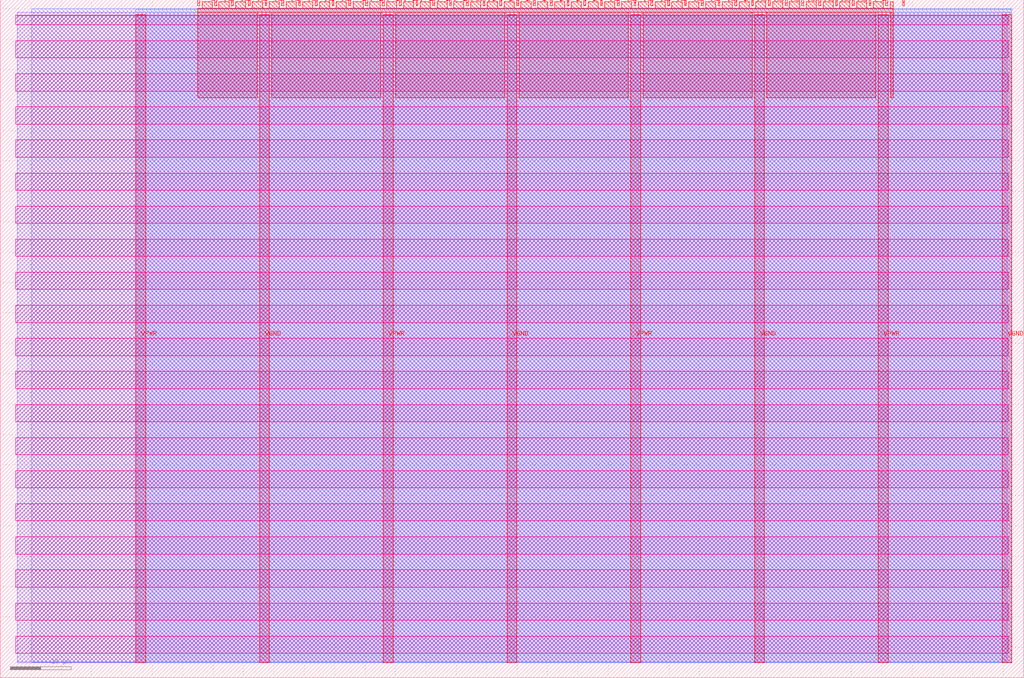
<source format=lef>
VERSION 5.7 ;
  NOWIREEXTENSIONATPIN ON ;
  DIVIDERCHAR "/" ;
  BUSBITCHARS "[]" ;
MACRO tt_um_proppy_bytebeat
  CLASS BLOCK ;
  FOREIGN tt_um_proppy_bytebeat ;
  ORIGIN 0.000 0.000 ;
  SIZE 168.360 BY 111.520 ;
  PIN VGND
    DIRECTION INOUT ;
    USE GROUND ;
    PORT
      LAYER met4 ;
        RECT 42.670 2.480 44.270 109.040 ;
    END
    PORT
      LAYER met4 ;
        RECT 83.380 2.480 84.980 109.040 ;
    END
    PORT
      LAYER met4 ;
        RECT 124.090 2.480 125.690 109.040 ;
    END
    PORT
      LAYER met4 ;
        RECT 164.800 2.480 166.400 109.040 ;
    END
  END VGND
  PIN VPWR
    DIRECTION INOUT ;
    USE POWER ;
    PORT
      LAYER met4 ;
        RECT 22.315 2.480 23.915 109.040 ;
    END
    PORT
      LAYER met4 ;
        RECT 63.025 2.480 64.625 109.040 ;
    END
    PORT
      LAYER met4 ;
        RECT 103.735 2.480 105.335 109.040 ;
    END
    PORT
      LAYER met4 ;
        RECT 144.445 2.480 146.045 109.040 ;
    END
  END VPWR
  PIN clk
    DIRECTION INPUT ;
    USE SIGNAL ;
    ANTENNAGATEAREA 0.852000 ;
    PORT
      LAYER met4 ;
        RECT 145.670 110.520 145.970 111.520 ;
    END
  END clk
  PIN ena
    DIRECTION INPUT ;
    USE SIGNAL ;
    PORT
      LAYER met4 ;
        RECT 148.430 110.520 148.730 111.520 ;
    END
  END ena
  PIN rst_n
    DIRECTION INPUT ;
    USE SIGNAL ;
    ANTENNAGATEAREA 0.196500 ;
    PORT
      LAYER met4 ;
        RECT 142.910 110.520 143.210 111.520 ;
    END
  END rst_n
  PIN ui_in[0]
    DIRECTION INPUT ;
    USE SIGNAL ;
    ANTENNAGATEAREA 0.196500 ;
    PORT
      LAYER met4 ;
        RECT 140.150 110.520 140.450 111.520 ;
    END
  END ui_in[0]
  PIN ui_in[1]
    DIRECTION INPUT ;
    USE SIGNAL ;
    ANTENNAGATEAREA 0.196500 ;
    PORT
      LAYER met4 ;
        RECT 137.390 110.520 137.690 111.520 ;
    END
  END ui_in[1]
  PIN ui_in[2]
    DIRECTION INPUT ;
    USE SIGNAL ;
    ANTENNAGATEAREA 0.196500 ;
    PORT
      LAYER met4 ;
        RECT 134.630 110.520 134.930 111.520 ;
    END
  END ui_in[2]
  PIN ui_in[3]
    DIRECTION INPUT ;
    USE SIGNAL ;
    ANTENNAGATEAREA 0.196500 ;
    PORT
      LAYER met4 ;
        RECT 131.870 110.520 132.170 111.520 ;
    END
  END ui_in[3]
  PIN ui_in[4]
    DIRECTION INPUT ;
    USE SIGNAL ;
    ANTENNAGATEAREA 0.196500 ;
    PORT
      LAYER met4 ;
        RECT 129.110 110.520 129.410 111.520 ;
    END
  END ui_in[4]
  PIN ui_in[5]
    DIRECTION INPUT ;
    USE SIGNAL ;
    ANTENNAGATEAREA 0.196500 ;
    PORT
      LAYER met4 ;
        RECT 126.350 110.520 126.650 111.520 ;
    END
  END ui_in[5]
  PIN ui_in[6]
    DIRECTION INPUT ;
    USE SIGNAL ;
    ANTENNAGATEAREA 0.196500 ;
    PORT
      LAYER met4 ;
        RECT 123.590 110.520 123.890 111.520 ;
    END
  END ui_in[6]
  PIN ui_in[7]
    DIRECTION INPUT ;
    USE SIGNAL ;
    ANTENNAGATEAREA 0.196500 ;
    PORT
      LAYER met4 ;
        RECT 120.830 110.520 121.130 111.520 ;
    END
  END ui_in[7]
  PIN uio_in[0]
    DIRECTION INPUT ;
    USE SIGNAL ;
    ANTENNAGATEAREA 0.196500 ;
    PORT
      LAYER met4 ;
        RECT 118.070 110.520 118.370 111.520 ;
    END
  END uio_in[0]
  PIN uio_in[1]
    DIRECTION INPUT ;
    USE SIGNAL ;
    ANTENNAGATEAREA 0.196500 ;
    PORT
      LAYER met4 ;
        RECT 115.310 110.520 115.610 111.520 ;
    END
  END uio_in[1]
  PIN uio_in[2]
    DIRECTION INPUT ;
    USE SIGNAL ;
    ANTENNAGATEAREA 0.196500 ;
    PORT
      LAYER met4 ;
        RECT 112.550 110.520 112.850 111.520 ;
    END
  END uio_in[2]
  PIN uio_in[3]
    DIRECTION INPUT ;
    USE SIGNAL ;
    ANTENNAGATEAREA 0.196500 ;
    PORT
      LAYER met4 ;
        RECT 109.790 110.520 110.090 111.520 ;
    END
  END uio_in[3]
  PIN uio_in[4]
    DIRECTION INPUT ;
    USE SIGNAL ;
    ANTENNAGATEAREA 0.196500 ;
    PORT
      LAYER met4 ;
        RECT 107.030 110.520 107.330 111.520 ;
    END
  END uio_in[4]
  PIN uio_in[5]
    DIRECTION INPUT ;
    USE SIGNAL ;
    ANTENNAGATEAREA 0.196500 ;
    PORT
      LAYER met4 ;
        RECT 104.270 110.520 104.570 111.520 ;
    END
  END uio_in[5]
  PIN uio_in[6]
    DIRECTION INPUT ;
    USE SIGNAL ;
    ANTENNAGATEAREA 0.196500 ;
    PORT
      LAYER met4 ;
        RECT 101.510 110.520 101.810 111.520 ;
    END
  END uio_in[6]
  PIN uio_in[7]
    DIRECTION INPUT ;
    USE SIGNAL ;
    ANTENNAGATEAREA 0.196500 ;
    PORT
      LAYER met4 ;
        RECT 98.750 110.520 99.050 111.520 ;
    END
  END uio_in[7]
  PIN uio_oe[0]
    DIRECTION OUTPUT TRISTATE ;
    USE SIGNAL ;
    PORT
      LAYER met4 ;
        RECT 51.830 110.520 52.130 111.520 ;
    END
  END uio_oe[0]
  PIN uio_oe[1]
    DIRECTION OUTPUT TRISTATE ;
    USE SIGNAL ;
    PORT
      LAYER met4 ;
        RECT 49.070 110.520 49.370 111.520 ;
    END
  END uio_oe[1]
  PIN uio_oe[2]
    DIRECTION OUTPUT TRISTATE ;
    USE SIGNAL ;
    PORT
      LAYER met4 ;
        RECT 46.310 110.520 46.610 111.520 ;
    END
  END uio_oe[2]
  PIN uio_oe[3]
    DIRECTION OUTPUT TRISTATE ;
    USE SIGNAL ;
    PORT
      LAYER met4 ;
        RECT 43.550 110.520 43.850 111.520 ;
    END
  END uio_oe[3]
  PIN uio_oe[4]
    DIRECTION OUTPUT TRISTATE ;
    USE SIGNAL ;
    PORT
      LAYER met4 ;
        RECT 40.790 110.520 41.090 111.520 ;
    END
  END uio_oe[4]
  PIN uio_oe[5]
    DIRECTION OUTPUT TRISTATE ;
    USE SIGNAL ;
    PORT
      LAYER met4 ;
        RECT 38.030 110.520 38.330 111.520 ;
    END
  END uio_oe[5]
  PIN uio_oe[6]
    DIRECTION OUTPUT TRISTATE ;
    USE SIGNAL ;
    PORT
      LAYER met4 ;
        RECT 35.270 110.520 35.570 111.520 ;
    END
  END uio_oe[6]
  PIN uio_oe[7]
    DIRECTION OUTPUT TRISTATE ;
    USE SIGNAL ;
    PORT
      LAYER met4 ;
        RECT 32.510 110.520 32.810 111.520 ;
    END
  END uio_oe[7]
  PIN uio_out[0]
    DIRECTION OUTPUT TRISTATE ;
    USE SIGNAL ;
    PORT
      LAYER met4 ;
        RECT 73.910 110.520 74.210 111.520 ;
    END
  END uio_out[0]
  PIN uio_out[1]
    DIRECTION OUTPUT TRISTATE ;
    USE SIGNAL ;
    PORT
      LAYER met4 ;
        RECT 71.150 110.520 71.450 111.520 ;
    END
  END uio_out[1]
  PIN uio_out[2]
    DIRECTION OUTPUT TRISTATE ;
    USE SIGNAL ;
    PORT
      LAYER met4 ;
        RECT 68.390 110.520 68.690 111.520 ;
    END
  END uio_out[2]
  PIN uio_out[3]
    DIRECTION OUTPUT TRISTATE ;
    USE SIGNAL ;
    PORT
      LAYER met4 ;
        RECT 65.630 110.520 65.930 111.520 ;
    END
  END uio_out[3]
  PIN uio_out[4]
    DIRECTION OUTPUT TRISTATE ;
    USE SIGNAL ;
    PORT
      LAYER met4 ;
        RECT 62.870 110.520 63.170 111.520 ;
    END
  END uio_out[4]
  PIN uio_out[5]
    DIRECTION OUTPUT TRISTATE ;
    USE SIGNAL ;
    PORT
      LAYER met4 ;
        RECT 60.110 110.520 60.410 111.520 ;
    END
  END uio_out[5]
  PIN uio_out[6]
    DIRECTION OUTPUT TRISTATE ;
    USE SIGNAL ;
    PORT
      LAYER met4 ;
        RECT 57.350 110.520 57.650 111.520 ;
    END
  END uio_out[6]
  PIN uio_out[7]
    DIRECTION OUTPUT TRISTATE ;
    USE SIGNAL ;
    PORT
      LAYER met4 ;
        RECT 54.590 110.520 54.890 111.520 ;
    END
  END uio_out[7]
  PIN uo_out[0]
    DIRECTION OUTPUT TRISTATE ;
    USE SIGNAL ;
    ANTENNADIFFAREA 0.445500 ;
    PORT
      LAYER met4 ;
        RECT 95.990 110.520 96.290 111.520 ;
    END
  END uo_out[0]
  PIN uo_out[1]
    DIRECTION OUTPUT TRISTATE ;
    USE SIGNAL ;
    ANTENNADIFFAREA 0.445500 ;
    PORT
      LAYER met4 ;
        RECT 93.230 110.520 93.530 111.520 ;
    END
  END uo_out[1]
  PIN uo_out[2]
    DIRECTION OUTPUT TRISTATE ;
    USE SIGNAL ;
    ANTENNADIFFAREA 0.445500 ;
    PORT
      LAYER met4 ;
        RECT 90.470 110.520 90.770 111.520 ;
    END
  END uo_out[2]
  PIN uo_out[3]
    DIRECTION OUTPUT TRISTATE ;
    USE SIGNAL ;
    ANTENNADIFFAREA 0.445500 ;
    PORT
      LAYER met4 ;
        RECT 87.710 110.520 88.010 111.520 ;
    END
  END uo_out[3]
  PIN uo_out[4]
    DIRECTION OUTPUT TRISTATE ;
    USE SIGNAL ;
    ANTENNADIFFAREA 0.445500 ;
    PORT
      LAYER met4 ;
        RECT 84.950 110.520 85.250 111.520 ;
    END
  END uo_out[4]
  PIN uo_out[5]
    DIRECTION OUTPUT TRISTATE ;
    USE SIGNAL ;
    ANTENNADIFFAREA 0.445500 ;
    PORT
      LAYER met4 ;
        RECT 82.190 110.520 82.490 111.520 ;
    END
  END uo_out[5]
  PIN uo_out[6]
    DIRECTION OUTPUT TRISTATE ;
    USE SIGNAL ;
    ANTENNADIFFAREA 0.445500 ;
    PORT
      LAYER met4 ;
        RECT 79.430 110.520 79.730 111.520 ;
    END
  END uo_out[6]
  PIN uo_out[7]
    DIRECTION OUTPUT TRISTATE ;
    USE SIGNAL ;
    ANTENNADIFFAREA 0.445500 ;
    PORT
      LAYER met4 ;
        RECT 76.670 110.520 76.970 111.520 ;
    END
  END uo_out[7]
  OBS
      LAYER nwell ;
        RECT 2.570 107.385 165.790 108.990 ;
        RECT 2.570 101.945 165.790 104.775 ;
        RECT 2.570 96.505 165.790 99.335 ;
        RECT 2.570 91.065 165.790 93.895 ;
        RECT 2.570 85.625 165.790 88.455 ;
        RECT 2.570 80.185 165.790 83.015 ;
        RECT 2.570 74.745 165.790 77.575 ;
        RECT 2.570 69.305 165.790 72.135 ;
        RECT 2.570 63.865 165.790 66.695 ;
        RECT 2.570 58.425 165.790 61.255 ;
        RECT 2.570 52.985 165.790 55.815 ;
        RECT 2.570 47.545 165.790 50.375 ;
        RECT 2.570 42.105 165.790 44.935 ;
        RECT 2.570 36.665 165.790 39.495 ;
        RECT 2.570 31.225 165.790 34.055 ;
        RECT 2.570 25.785 165.790 28.615 ;
        RECT 2.570 20.345 165.790 23.175 ;
        RECT 2.570 14.905 165.790 17.735 ;
        RECT 2.570 9.465 165.790 12.295 ;
        RECT 2.570 4.025 165.790 6.855 ;
      LAYER li1 ;
        RECT 2.760 2.635 165.600 108.885 ;
      LAYER met1 ;
        RECT 2.760 2.480 166.400 109.440 ;
      LAYER met2 ;
        RECT 5.160 2.535 166.370 110.005 ;
      LAYER met3 ;
        RECT 22.325 2.555 166.390 109.985 ;
      LAYER met4 ;
        RECT 33.210 110.120 34.870 111.170 ;
        RECT 35.970 110.120 37.630 111.170 ;
        RECT 38.730 110.120 40.390 111.170 ;
        RECT 41.490 110.120 43.150 111.170 ;
        RECT 44.250 110.120 45.910 111.170 ;
        RECT 47.010 110.120 48.670 111.170 ;
        RECT 49.770 110.120 51.430 111.170 ;
        RECT 52.530 110.120 54.190 111.170 ;
        RECT 55.290 110.120 56.950 111.170 ;
        RECT 58.050 110.120 59.710 111.170 ;
        RECT 60.810 110.120 62.470 111.170 ;
        RECT 63.570 110.120 65.230 111.170 ;
        RECT 66.330 110.120 67.990 111.170 ;
        RECT 69.090 110.120 70.750 111.170 ;
        RECT 71.850 110.120 73.510 111.170 ;
        RECT 74.610 110.120 76.270 111.170 ;
        RECT 77.370 110.120 79.030 111.170 ;
        RECT 80.130 110.120 81.790 111.170 ;
        RECT 82.890 110.120 84.550 111.170 ;
        RECT 85.650 110.120 87.310 111.170 ;
        RECT 88.410 110.120 90.070 111.170 ;
        RECT 91.170 110.120 92.830 111.170 ;
        RECT 93.930 110.120 95.590 111.170 ;
        RECT 96.690 110.120 98.350 111.170 ;
        RECT 99.450 110.120 101.110 111.170 ;
        RECT 102.210 110.120 103.870 111.170 ;
        RECT 104.970 110.120 106.630 111.170 ;
        RECT 107.730 110.120 109.390 111.170 ;
        RECT 110.490 110.120 112.150 111.170 ;
        RECT 113.250 110.120 114.910 111.170 ;
        RECT 116.010 110.120 117.670 111.170 ;
        RECT 118.770 110.120 120.430 111.170 ;
        RECT 121.530 110.120 123.190 111.170 ;
        RECT 124.290 110.120 125.950 111.170 ;
        RECT 127.050 110.120 128.710 111.170 ;
        RECT 129.810 110.120 131.470 111.170 ;
        RECT 132.570 110.120 134.230 111.170 ;
        RECT 135.330 110.120 136.990 111.170 ;
        RECT 138.090 110.120 139.750 111.170 ;
        RECT 140.850 110.120 142.510 111.170 ;
        RECT 143.610 110.120 145.270 111.170 ;
        RECT 146.370 110.120 146.905 111.170 ;
        RECT 32.495 109.440 146.905 110.120 ;
        RECT 32.495 95.375 42.270 109.440 ;
        RECT 44.670 95.375 62.625 109.440 ;
        RECT 65.025 95.375 82.980 109.440 ;
        RECT 85.380 95.375 103.335 109.440 ;
        RECT 105.735 95.375 123.690 109.440 ;
        RECT 126.090 95.375 144.045 109.440 ;
        RECT 146.445 95.375 146.905 109.440 ;
  END
END tt_um_proppy_bytebeat
END LIBRARY


</source>
